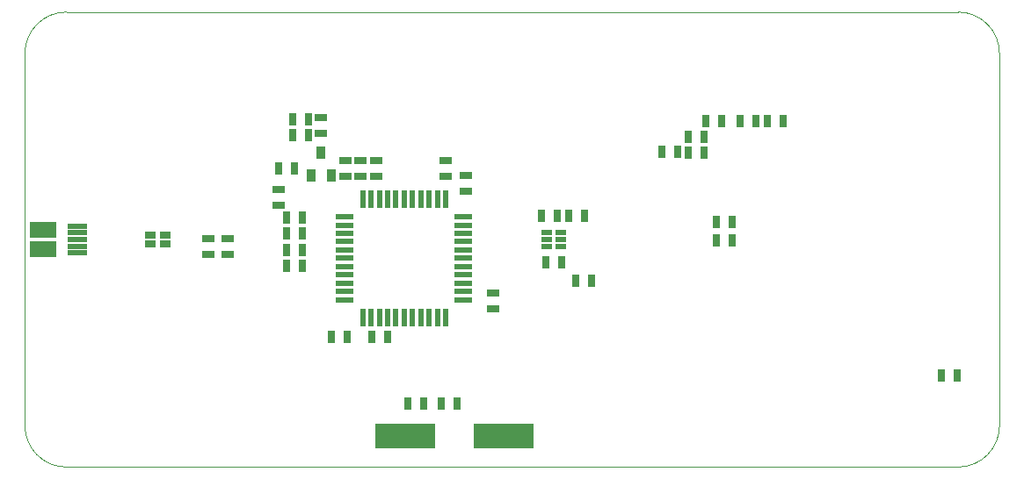
<source format=gtp>
G04 #@! TF.FileFunction,Paste,Top*
%FSLAX46Y46*%
G04 Gerber Fmt 4.6, Leading zero omitted, Abs format (unit mm)*
G04 Created by KiCad (PCBNEW (2015-01-16 BZR 5376)-product) date 22/05/2015 17:40:37*
%MOMM*%
G01*
G04 APERTURE LIST*
%ADD10C,0.150000*%
%ADD11C,0.100000*%
%ADD12R,0.558800X1.676400*%
%ADD13R,1.676400X0.558800*%
%ADD14R,0.787400X1.295400*%
%ADD15R,1.295400X0.787400*%
%ADD16R,5.752400X2.352400*%
%ADD17R,1.902400X0.552400*%
%ADD18R,2.652400X1.577400*%
%ADD19R,1.052400X0.552400*%
%ADD20R,0.952500X1.153160*%
%ADD21R,1.002400X0.802400*%
G04 APERTURE END LIST*
D10*
D11*
X79767400Y39916100D02*
X-6110000Y39916100D01*
X83767900Y35915600D02*
G75*
G03X79767400Y39916100I-4000500J0D01*
G01*
X83767900Y0D02*
X83767900Y35915600D01*
X79767400Y-4000500D02*
G75*
G03X83767900Y0I0J4000500D01*
G01*
X-6110000Y-4000500D02*
X79767400Y-4000500D01*
X-10110500Y0D02*
G75*
G03X-6110000Y-4000500I4000500J0D01*
G01*
X-10110500Y35915600D02*
X-10110500Y0D01*
X-6110000Y39916100D02*
G75*
G03X-10110500Y35915600I0J-4000500D01*
G01*
D12*
X26428718Y21872818D03*
X25628618Y21872818D03*
X24828518Y21872818D03*
X24028418Y21872818D03*
X23228318Y21872818D03*
X22428218Y21872818D03*
X27228818Y21872818D03*
X28028918Y21872818D03*
X28829018Y21872818D03*
X29629118Y21872818D03*
X30429218Y21872818D03*
X26428718Y10442818D03*
X25628618Y10442818D03*
X24828518Y10442818D03*
X24028418Y10442818D03*
X23228318Y10442818D03*
X22428218Y10442818D03*
X27228818Y10442818D03*
X28028918Y10442818D03*
X28829018Y10442818D03*
X29629118Y10442818D03*
X30429218Y10442818D03*
D13*
X20713718Y16157818D03*
X32143718Y16157818D03*
X20713718Y15357718D03*
X32143718Y15357718D03*
X32143718Y14557618D03*
X20713718Y14557618D03*
X20713718Y13757518D03*
X32143718Y13757518D03*
X32143718Y12957418D03*
X20713718Y12957418D03*
X20713718Y12157318D03*
X32143718Y12157318D03*
X32143718Y16957918D03*
X20713718Y16957918D03*
X20713718Y17758018D03*
X32143718Y17758018D03*
X32143718Y18558118D03*
X20713718Y18558118D03*
X20713718Y19358218D03*
X32143718Y19358218D03*
X32143718Y20158318D03*
X20713718Y20158318D03*
D14*
X15066718Y16957818D03*
X16590718Y16957818D03*
X55466718Y29357818D03*
X56990718Y29357818D03*
X41590718Y15757818D03*
X40066718Y15757818D03*
X43790718Y20257818D03*
X42266718Y20257818D03*
X15666718Y28057818D03*
X17190718Y28057818D03*
D15*
X32328718Y22595818D03*
X32328718Y24119818D03*
D14*
X19366718Y8557818D03*
X20890718Y8557818D03*
X44490718Y13957818D03*
X42966718Y13957818D03*
X15066718Y18557818D03*
X16590718Y18557818D03*
X53766718Y26357818D03*
X55290718Y26357818D03*
X56466718Y17857818D03*
X57990718Y17857818D03*
X41190718Y20257818D03*
X39666718Y20257818D03*
D15*
X23728718Y24095818D03*
X23728718Y25619818D03*
D14*
X23266718Y8557818D03*
X24790718Y8557818D03*
D15*
X35028718Y12819818D03*
X35028718Y11295818D03*
X30428718Y24095818D03*
X30428718Y25619818D03*
X22228718Y24095818D03*
X22228718Y25619818D03*
D14*
X15666718Y29557818D03*
X17190718Y29557818D03*
X55290718Y27857818D03*
X53766718Y27857818D03*
X52740718Y26407818D03*
X51216718Y26407818D03*
X56466718Y19657818D03*
X57990718Y19657818D03*
X78145018Y4852498D03*
X79669018Y4852498D03*
X15890718Y24857818D03*
X14366718Y24857818D03*
D15*
X20728718Y24095818D03*
X20728718Y25619818D03*
D14*
X61366718Y29357818D03*
X62890718Y29357818D03*
X60290718Y29357818D03*
X58766718Y29357818D03*
X31490718Y2157818D03*
X29966718Y2157818D03*
D15*
X18428718Y28195818D03*
X18428718Y29719818D03*
D14*
X16590718Y15457818D03*
X15066718Y15457818D03*
X26766718Y2157818D03*
X28290718Y2157818D03*
D16*
X26478718Y-1042182D03*
X35978718Y-1042182D03*
D17*
X-5078962Y19255278D03*
X-5078962Y18605278D03*
X-5078962Y17955278D03*
X-5078962Y17305278D03*
X-5078962Y16655278D03*
D18*
X-8403962Y18917778D03*
X-8403962Y16992778D03*
D15*
X14328718Y21295818D03*
X14328718Y22819818D03*
D14*
X15066718Y20057818D03*
X16590718Y20057818D03*
D19*
X40128718Y18607818D03*
X40128718Y17957818D03*
X40128718Y17307818D03*
X41528718Y17307818D03*
X41528718Y17957818D03*
X41528718Y18607818D03*
D15*
X7591438Y16483158D03*
X7591438Y18007158D03*
X9422778Y16518718D03*
X9422778Y18042718D03*
D20*
X18428718Y26357638D03*
X19381218Y24157998D03*
X17476218Y24157998D03*
D21*
X3381726Y17532628D03*
X3381726Y18382628D03*
X1931726Y17532628D03*
X1931726Y18382628D03*
M02*

</source>
